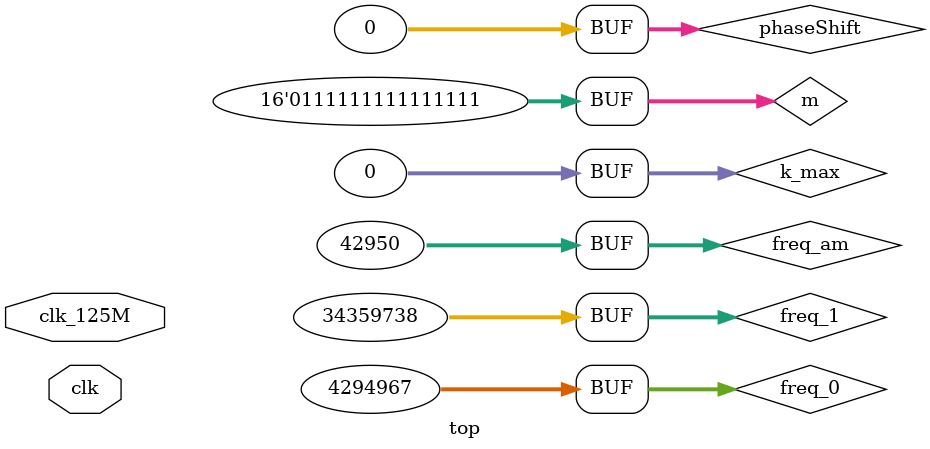
<source format=v>

module top(
	input clk,
	input clk_125M//,

//	output reg [7:]	
);

//wire [31:0] freq_0 = 32'd429_496_730;   //10M
//wire [31:0] freq_1 = 32'd343_597_384;//32'd429_496_730;

wire [31:0] freq_0 = 32'd429_496_7;//30;//100k
//wire [31:0] freq_1 = 32'd343_597_4;//84;//100k

//wire [31:0] freq_0 = 32'd429_496_73;   //1M
wire [31:0] freq_1 = 32'd343_597_38;

wire [31:0] phaseShift = 'b0;
wire signed [7:0] sin_0,sin_1;

//cnt 10k
///////////////////////////////////
reg [31:0] cnt_10k; initial cnt_10k = 'b0;
always@(posedge clk)begin
	if(cnt_10k < 32'd9_999) cnt_10k <= cnt_10k + 1'b1;
	else cnt_10k <= 'b0;
end
wire en_10k = (cnt_10k == 32'd9_999);
//////////////////////////////////////////////
//psk, ask
/////////////////////////////////////////////////////
wire [7:0] sig_sk;
reg signed [7:0] out_psk, out_ask;
always@(posedge clk)begin
	out_ask <= sig_sk[0]? sin_0 : 8'b0;
	out_psk <= sig_sk[0]? (-8'sd1 * sin_0) : sin_0; 

end
/////////////////////////////////////////////////////
//mod am
////////////////////////////////////////////////////
wire [31:0] freq_am = 32'd429_50; //32'd429_50;//1k
wire signed [7:0] sin_am;
reg [15:0] m =16'b111_1111_1111_1111;//H4000;//b111_1111_1111_1111;// 8'b1111_1111;// mQn x * 2^(n-1)
wire signed [7:0] out_am;

/////////////////////////////////////////////////////
reg [31:0] k_max;initial k_max = 32'b0;// 32'd429_497;//d214_748 //5k
wire [31:0] out_kc;
wire signed [7:0] sin_fm;


    dds #( 
	.PHASE_W (32), 
	.DATA_W (8), 
	.TABLE_AW  (12),
	.MEM_FILE  ("SineTable_signed_4096X8.dat")
) dds_0 (
       .FreqWord(freq_0),
       .PhaseShift(phaseShift),
       .clk(clk),
       .ClkEn(1'b1),
       .Out(sin_0)) ;

    dds #( 
	.PHASE_W (32), 
	.DATA_W (8), 
	.TABLE_AW  (12),
	.MEM_FILE  ("SineTable_signed_4096X8.dat")
) dds_1 (
       .FreqWord(freq_1),
       .PhaseShift(phaseShift),
       .clk(clk_125M),
       .ClkEn(1'b1),
       .Out(sin_1)) ;





//mod 1k
    dds #( 
	.PHASE_W (32), 
	.DATA_W (8), 
	.TABLE_AW  (12),
	.MEM_FILE  ("SineTable_signed_4096X8.dat")
) dds_am (
       .FreqWord(freq_am),
       .PhaseShift(phaseShift),
       .clk(clk),
       .ClkEn(1'b1),
       .Out(sin_am)) ;
///////////////////////////////////////
//LFSR the_10kbps(
//	.clk(clk), .en(en_10k),
//	.out(sig_sk)
//);
LFSR the_10kbps(
	.clk(clk), .clken(en_10k),
	.lfsr(sig_sk)
);
//////////////////////////////////////////
AM_mod the_am_mod(
	.clk(clk), .rst_n(1'b1),
	.c(sin_0),	// ? Q1.6
	.x(sin_am),	// Q1.7
	.m(m),			// ? Q0.8
	.sig(out_am) // Q2.6
);
//////////////////////////////////////////////
FM_mod the_fm_mod(
	.clk(clk), .rst_n(1'b1),
	.x(sin_am),     //Q1.7
	.k_max(k_max),	  //Q32.0
	.kc(freq_0),	  //Q32.0
	.out_kc(out_kc)	  //Q32.0
);
    dds #( 
	.PHASE_W (32), 
	.DATA_W (8), 
	.TABLE_AW  (12),
	.MEM_FILE  ("SineTable_signed_4096X8.dat")
) dds_fm (
       .FreqWord(out_kc),
       .PhaseShift(phaseShift),
       .clk(clk),
       .ClkEn(1'b1),
       .Out(sin_fm)) ;

endmodule 
</source>
